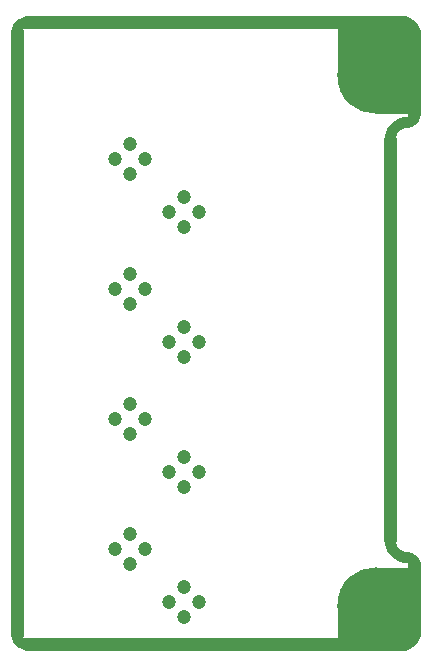
<source format=gbr>
G04*
G04 #@! TF.GenerationSoftware,Altium Limited,Altium Designer,24.1.2 (44)*
G04*
G04 Layer_Color=8388736*
%FSLAX44Y44*%
%MOMM*%
G71*
G04*
G04 #@! TF.SameCoordinates,1B47F422-010E-43AE-BF46-818BA779A623*
G04*
G04*
G04 #@! TF.FilePolarity,Negative*
G04*
G01*
G75*
%ADD13C,0.8890*%
%ADD14C,1.0922*%
%ADD15R,3.3586X3.3626*%
%ADD16R,6.5336X4.6587*%
%ADD17R,3.3782X3.3587*%
%ADD18R,3.3565X6.5340*%
%ADD19C,1.2032*%
%ADD20C,6.5532*%
%ADD21C,0.8032*%
G36*
X339667Y45359D02*
X339687Y45359D01*
X339732Y45353D01*
X339779Y45350D01*
X339799Y45346D01*
X339819Y45343D01*
X339864Y45332D01*
X339909Y45322D01*
X339928Y45316D01*
X339948Y45311D01*
X339992Y45293D01*
X340035Y45278D01*
X340053Y45269D01*
X340072Y45261D01*
X340112Y45239D01*
X340154Y45218D01*
X340171Y45206D01*
X340188Y45196D01*
X340225Y45169D01*
X340264Y45142D01*
X340279Y45129D01*
X340295Y45117D01*
X340328Y45085D01*
X340363Y45054D01*
X340376Y45038D01*
X340391Y45024D01*
X340419Y44988D01*
X340449Y44952D01*
X340461Y44935D01*
X340473Y44919D01*
X340497Y44880D01*
X340522Y44841D01*
X340531Y44823D01*
X340541Y44805D01*
X340560Y44763D01*
X340580Y44721D01*
X340586Y44701D01*
X340594Y44683D01*
X340607Y44638D01*
X340621Y44594D01*
X342545Y37071D01*
X342549Y37048D01*
X342555Y37025D01*
X344639Y26962D01*
X344644Y26932D01*
X344650Y26902D01*
X345505Y21009D01*
X345508Y20977D01*
X345512Y20946D01*
X345940Y15705D01*
X345940Y15675D01*
X345943Y15645D01*
X345996Y13270D01*
X345994Y13228D01*
X345995Y13186D01*
X345992Y13161D01*
X345990Y13137D01*
X345983Y13096D01*
X345978Y13054D01*
X345972Y13030D01*
X345967Y13005D01*
X345955Y12965D01*
X345944Y12925D01*
X345935Y12902D01*
X345928Y12878D01*
X345910Y12840D01*
X345894Y12802D01*
X345882Y12780D01*
X345871Y12758D01*
X345849Y12722D01*
X345828Y12686D01*
X345813Y12666D01*
X345800Y12645D01*
X345773Y12613D01*
X345748Y12580D01*
X345730Y12562D01*
X345714Y12543D01*
X345684Y12515D01*
X345654Y12485D01*
X345634Y12470D01*
X345616Y12453D01*
X345582Y12429D01*
X345549Y12404D01*
X345527Y12391D01*
X345507Y12377D01*
X345470Y12357D01*
X345434Y12336D01*
X345411Y12327D01*
X345389Y12315D01*
X345350Y12301D01*
X345311Y12284D01*
X345287Y12278D01*
X345264Y12269D01*
X345223Y12260D01*
X345183Y12249D01*
X336293Y10426D01*
X336292Y10426D01*
X336292Y10426D01*
X336213Y10415D01*
X336161Y10408D01*
X336161D01*
X336160Y10408D01*
X336066Y10407D01*
X336028Y10407D01*
X336027Y10407D01*
X336027D01*
X335954Y10417D01*
X335896Y10424D01*
X335895Y10424D01*
X335895Y10424D01*
X335822Y10443D01*
X335767Y10458D01*
X335766Y10458D01*
X335766Y10458D01*
X335694Y10487D01*
X335643Y10508D01*
X335643Y10508D01*
X335643Y10508D01*
X335589Y10539D01*
X335528Y10574D01*
X335527Y10574D01*
X335527Y10574D01*
X335468Y10619D01*
X335421Y10654D01*
X335421Y10654D01*
X335421Y10655D01*
X335362Y10713D01*
X335327Y10748D01*
X335327Y10748D01*
X335326Y10748D01*
X335284Y10803D01*
X335245Y10853D01*
X335245Y10853D01*
X335245Y10854D01*
X335210Y10913D01*
X335178Y10968D01*
X335178Y10968D01*
X335177Y10969D01*
X335153Y11028D01*
X335126Y11091D01*
X335126Y11091D01*
X335126Y11091D01*
X335112Y11143D01*
X335091Y11219D01*
X335091Y11219D01*
X335091Y11220D01*
X335082Y11284D01*
X335073Y11351D01*
Y11351D01*
X335073Y11352D01*
X335008Y12264D01*
X334861Y12800D01*
X334705Y13043D01*
X334569Y13132D01*
X334302Y13173D01*
X333777Y13088D01*
X333006Y12793D01*
X332368Y12445D01*
X332047Y11884D01*
X331721Y11113D01*
X331604Y10578D01*
X331625Y10310D01*
X331679Y10211D01*
X331837Y10097D01*
X332268Y9967D01*
X333078Y9905D01*
X333120Y9899D01*
X333163Y9895D01*
X333186Y9890D01*
X333210Y9886D01*
X333251Y9875D01*
X333293Y9865D01*
X333315Y9857D01*
X333338Y9851D01*
X333377Y9834D01*
X333417Y9819D01*
X333439Y9808D01*
X333461Y9798D01*
X333497Y9777D01*
X333535Y9757D01*
X333555Y9742D01*
X333575Y9730D01*
X333609Y9704D01*
X333644Y9679D01*
X333661Y9663D01*
X333680Y9648D01*
X333710Y9618D01*
X333741Y9589D01*
X333756Y9570D01*
X333773Y9553D01*
X333799Y9519D01*
X333826Y9486D01*
X333839Y9466D01*
X333853Y9446D01*
X333874Y9409D01*
X333897Y9373D01*
X333907Y9351D01*
X333918Y9330D01*
X333934Y9290D01*
X333952Y9252D01*
X333959Y9229D01*
X333968Y9207D01*
X333979Y9165D01*
X333991Y9125D01*
X333995Y9101D01*
X334001Y9078D01*
X334006Y9035D01*
X334013Y8993D01*
X334014Y8969D01*
X334017Y8946D01*
X334016Y8903D01*
X334018Y8860D01*
X334016Y8836D01*
X334016Y8812D01*
X334009Y8770D01*
X334005Y8727D01*
X332569Y-162D01*
X332555Y-222D01*
X332541Y-286D01*
X332539Y-289D01*
X332539Y-292D01*
X332517Y-351D01*
X332495Y-411D01*
X332494Y-414D01*
X332492Y-417D01*
X332461Y-476D01*
X332433Y-529D01*
X332432Y-532D01*
X332430Y-535D01*
X332393Y-587D01*
X332357Y-638D01*
X332355Y-640D01*
X332353Y-643D01*
X332310Y-689D01*
X332267Y-736D01*
X332264Y-738D01*
X332262Y-741D01*
X332215Y-780D01*
X332165Y-822D01*
X332162Y-824D01*
X332159Y-826D01*
X332107Y-858D01*
X332052Y-893D01*
X332049Y-895D01*
X332046Y-896D01*
X331992Y-921D01*
X331932Y-949D01*
X331928Y-950D01*
X331925Y-952D01*
X331867Y-970D01*
X331805Y-989D01*
X331801Y-990D01*
X331798Y-991D01*
X331734Y-1001D01*
X331673Y-1012D01*
X331670Y-1012D01*
X331667Y-1013D01*
X331605Y-1015D01*
X331540Y-1018D01*
X329162Y-964D01*
X329132Y-961D01*
X329102Y-961D01*
X323863Y-529D01*
X323831Y-524D01*
X323799Y-522D01*
X317917Y342D01*
X317887Y348D01*
X317856Y353D01*
X307826Y2457D01*
X307803Y2464D01*
X307780Y2468D01*
X300289Y4411D01*
X300244Y4426D01*
X300199Y4439D01*
X300181Y4447D01*
X300162Y4453D01*
X300120Y4473D01*
X300077Y4492D01*
X300060Y4502D01*
X300042Y4511D01*
X300003Y4536D01*
X299963Y4561D01*
X299947Y4573D01*
X299931Y4584D01*
X299895Y4615D01*
X299859Y4644D01*
X299845Y4658D01*
X299830Y4671D01*
X299799Y4706D01*
X299766Y4740D01*
X299755Y4756D01*
X299742Y4770D01*
X299715Y4809D01*
X299687Y4847D01*
X299678Y4864D01*
X299667Y4881D01*
X299646Y4922D01*
X299623Y4964D01*
X299616Y4982D01*
X299607Y4999D01*
X299591Y5044D01*
X299574Y5088D01*
X299569Y5107D01*
X299563Y5125D01*
X299553Y5171D01*
X299542Y5217D01*
X299540Y5236D01*
X299536Y5256D01*
X299533Y5303D01*
X299527Y5349D01*
X299528Y5369D01*
X299526Y5389D01*
X299529Y5436D01*
X299530Y5482D01*
X299533Y5502D01*
X299534Y5521D01*
X299543Y5567D01*
X299550Y5614D01*
X299555Y5633D01*
X299559Y5652D01*
X299573Y5697D01*
X299587Y5742D01*
X299594Y5760D01*
X299601Y5779D01*
X299621Y5821D01*
X299640Y5864D01*
X299650Y5881D01*
X299659Y5899D01*
X299684Y5938D01*
X299709Y5978D01*
X299721Y5993D01*
X299732Y6010D01*
X299762Y6046D01*
X299792Y6082D01*
X299806Y6096D01*
X299819Y6111D01*
X299853Y6142D01*
X299888Y6175D01*
X299904Y6187D01*
X299918Y6199D01*
X299957Y6226D01*
X299995Y6254D01*
X300012Y6263D01*
X300028Y6274D01*
X300070Y6295D01*
X300111Y6318D01*
X300130Y6325D01*
X300147Y6334D01*
X300191Y6350D01*
X300235Y6367D01*
X329259Y15611D01*
X338666Y44656D01*
X338683Y44699D01*
X338698Y44742D01*
X338708Y44760D01*
X338715Y44779D01*
X338738Y44820D01*
X338759Y44861D01*
X338770Y44878D01*
X338780Y44896D01*
X338808Y44932D01*
X338834Y44971D01*
X338848Y44986D01*
X338860Y45002D01*
X338892Y45035D01*
X338923Y45070D01*
X338938Y45083D01*
X338952Y45098D01*
X338989Y45126D01*
X339024Y45157D01*
X339041Y45168D01*
X339057Y45181D01*
X339097Y45204D01*
X339136Y45229D01*
X339154Y45238D01*
X339171Y45249D01*
X339214Y45267D01*
X339256Y45287D01*
X339275Y45293D01*
X339294Y45301D01*
X339338Y45314D01*
X339382Y45328D01*
X339403Y45332D01*
X339422Y45338D01*
X339467Y45344D01*
X339513Y45353D01*
X339534Y45354D01*
X339554Y45357D01*
X339600Y45357D01*
X339646Y45360D01*
X339667Y45359D01*
D02*
G37*
D13*
X340554Y452520D02*
X340523Y451758D01*
X335010Y446445D02*
X337621Y447102D01*
X339617Y448909D01*
X340528Y451443D01*
X340533Y72491D02*
X339638Y75057D01*
X337634Y76891D01*
X335000Y77555D01*
X340533Y523583D02*
X339801Y526290D01*
X338132Y528545D01*
X335756Y530034D01*
X333000Y530555D01*
X334968Y446445D02*
X332468Y446221D01*
X330045Y445568D01*
X327771Y444505D01*
X325715Y443065D01*
X323940Y441290D01*
X322499Y439235D01*
X321435Y436962D01*
X320781Y434538D01*
X320556Y432038D01*
X320555Y92000D02*
X320774Y89492D01*
X321426Y87059D01*
X322490Y84777D01*
X323935Y82715D01*
X325715Y80934D01*
X327777Y79490D01*
X330060Y78426D01*
X332492Y77775D01*
X335000Y77555D01*
X12000Y530555D02*
X9665Y530185D01*
X7559Y529112D01*
X5888Y527441D01*
X4815Y525335D01*
X4445Y523000D01*
X333000Y4445D02*
X335758Y4966D01*
X338135Y6458D01*
X339803Y8714D01*
X340533Y11424D01*
X4445Y12000D02*
X4815Y9665D01*
X5888Y7559D01*
X7559Y5888D01*
X9665Y4815D01*
X12000Y4445D01*
D14*
X340554Y452520D02*
Y523163D01*
X340533Y11424D02*
Y72491D01*
X12000Y530555D02*
X333000D01*
X320555Y92000D02*
Y431903D01*
X12000Y4445D02*
X333000D01*
X4445Y12000D02*
Y523000D01*
D15*
X324777Y470203D02*
D03*
D16*
X308902Y508278D02*
D03*
D17*
X293125Y20222D02*
D03*
D18*
X324767Y36099D02*
D03*
D19*
X100500Y71800D02*
D03*
X87800Y84500D02*
D03*
X113200D02*
D03*
X100500Y97200D02*
D03*
X146300Y27100D02*
D03*
X133600Y39800D02*
D03*
X159000D02*
D03*
X146300Y52500D02*
D03*
X100500Y427200D02*
D03*
X113200Y414500D02*
D03*
X87800D02*
D03*
X100500Y401800D02*
D03*
X146300Y382500D02*
D03*
X159000Y369800D02*
D03*
X133600D02*
D03*
X146300Y357100D02*
D03*
X100500Y317200D02*
D03*
X113200Y304500D02*
D03*
X87800D02*
D03*
X100500Y291800D02*
D03*
X146300Y272500D02*
D03*
X159000Y259800D02*
D03*
X133600D02*
D03*
X146300Y247100D02*
D03*
X100500Y207200D02*
D03*
X113200Y194500D02*
D03*
X87800D02*
D03*
X100500Y181800D02*
D03*
X146300Y162500D02*
D03*
X159000Y149800D02*
D03*
X133600D02*
D03*
X146300Y137100D02*
D03*
X325164Y469836D02*
D03*
X292836D02*
D03*
Y502164D02*
D03*
X325164D02*
D03*
X331860Y486000D02*
D03*
X309000Y463140D02*
D03*
X286140Y486000D02*
D03*
X309000Y508860D02*
D03*
X325164Y19835D02*
D03*
X292836D02*
D03*
Y52165D02*
D03*
X325164D02*
D03*
X331860Y36000D02*
D03*
X309000Y13140D02*
D03*
X286140Y36000D02*
D03*
X309000Y58860D02*
D03*
D20*
Y486000D02*
D03*
Y36000D02*
D03*
D21*
X333114Y530371D02*
D03*
X317114Y530356D02*
D03*
X301114D02*
D03*
X285114D02*
D03*
X269114D02*
D03*
X253114D02*
D03*
X237114D02*
D03*
X221114D02*
D03*
X205114D02*
D03*
X189114D02*
D03*
X173114D02*
D03*
X157114D02*
D03*
X141114D02*
D03*
X125114D02*
D03*
X109114D02*
D03*
X93114D02*
D03*
X77114D02*
D03*
X61114D02*
D03*
X45114D02*
D03*
X29114D02*
D03*
X13114D02*
D03*
X4644Y516782D02*
D03*
Y500782D02*
D03*
Y484782D02*
D03*
Y468782D02*
D03*
Y452782D02*
D03*
Y436782D02*
D03*
Y420782D02*
D03*
Y404782D02*
D03*
Y388782D02*
D03*
Y372782D02*
D03*
Y356782D02*
D03*
Y340782D02*
D03*
Y324782D02*
D03*
Y308782D02*
D03*
Y292782D02*
D03*
Y276782D02*
D03*
Y260782D02*
D03*
Y244782D02*
D03*
Y228782D02*
D03*
Y212782D02*
D03*
Y196782D02*
D03*
Y180782D02*
D03*
Y164782D02*
D03*
Y148782D02*
D03*
Y132782D02*
D03*
Y116782D02*
D03*
Y100782D02*
D03*
Y84782D02*
D03*
Y68782D02*
D03*
Y52782D02*
D03*
Y36782D02*
D03*
Y20782D02*
D03*
X8860Y5348D02*
D03*
X24845Y4644D02*
D03*
X40845D02*
D03*
X56845D02*
D03*
X72845D02*
D03*
X88845D02*
D03*
X104845D02*
D03*
X120845D02*
D03*
X136845D02*
D03*
X152845D02*
D03*
X168845D02*
D03*
X184845D02*
D03*
X200845D02*
D03*
X216845D02*
D03*
X232845D02*
D03*
X248845D02*
D03*
X264845D02*
D03*
X280845D02*
D03*
X340335Y63779D02*
D03*
X332650Y77812D02*
D03*
X321004Y88783D02*
D03*
X320356Y104770D02*
D03*
Y120770D02*
D03*
Y136770D02*
D03*
Y152770D02*
D03*
Y168770D02*
D03*
Y184770D02*
D03*
Y200770D02*
D03*
Y216770D02*
D03*
Y232770D02*
D03*
Y248770D02*
D03*
Y264770D02*
D03*
Y280770D02*
D03*
Y296770D02*
D03*
Y312770D02*
D03*
Y328770D02*
D03*
Y344770D02*
D03*
Y360770D02*
D03*
Y376770D02*
D03*
Y392770D02*
D03*
Y408770D02*
D03*
Y424770D02*
D03*
X323615Y440435D02*
D03*
X337961Y447520D02*
D03*
X340355Y463340D02*
D03*
Y511339D02*
D03*
M02*

</source>
